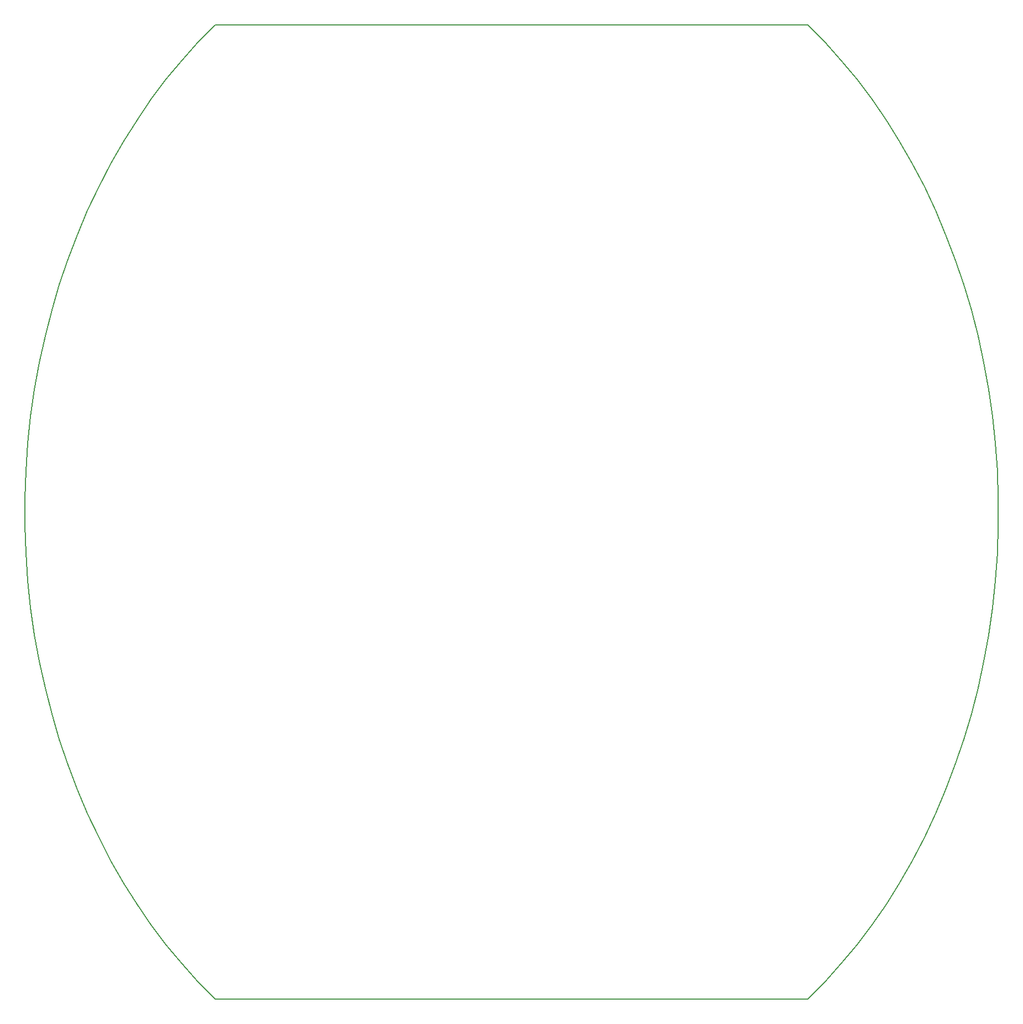
<source format=gm1>
G04 #@! TF.FileFunction,Profile,NP*
%FSLAX46Y46*%
G04 Gerber Fmt 4.6, Leading zero omitted, Abs format (unit mm)*
G04 Created by KiCad (PCBNEW (2016-03-23 BZR 6647, Git bc699c8)-product) date Tue 29 Mar 2016 10:28:28 CEST*
%MOMM*%
G01*
G04 APERTURE LIST*
%ADD10C,0.100000*%
%ADD11C,0.150000*%
G04 APERTURE END LIST*
D10*
D11*
X197948385Y-78128726D02*
X195352726Y-75500000D01*
X200448266Y-80901017D02*
X197948385Y-78128726D01*
X202847375Y-83811335D02*
X200448266Y-80901017D01*
X205140919Y-86853867D02*
X202847375Y-83811335D01*
X207324318Y-90022535D02*
X205140919Y-86853867D01*
X209393210Y-93311010D02*
X207324318Y-90022535D01*
X211343462Y-96712723D02*
X209393210Y-93311010D01*
X213171179Y-100220879D02*
X211343462Y-96712723D01*
X214872709Y-103828470D02*
X213171179Y-100220879D01*
X216444654Y-107528291D02*
X214872709Y-103828470D01*
X217883874Y-111312950D02*
X216444654Y-107528291D01*
X219187494Y-115174887D02*
X217883874Y-111312950D01*
X220352910Y-119106388D02*
X219187494Y-115174887D01*
X221377794Y-123099601D02*
X220352910Y-119106388D01*
X222260098Y-127146548D02*
X221377794Y-123099601D01*
X222998061Y-131239145D02*
X222260098Y-127146548D01*
X223590208Y-135369218D02*
X222998061Y-131239145D01*
X224035356Y-139528516D02*
X223590208Y-135369218D01*
X224332617Y-143708731D02*
X224035356Y-139528516D01*
X224481396Y-147901513D02*
X224332617Y-143708731D01*
X224481396Y-152098487D02*
X224481396Y-147901513D01*
X224332617Y-156291269D02*
X224481396Y-152098487D01*
X224035356Y-160471484D02*
X224332617Y-156291269D01*
X223590208Y-164630782D02*
X224035356Y-160471484D01*
X222998061Y-168760855D02*
X223590208Y-164630782D01*
X222260098Y-172853452D02*
X222998061Y-168760855D01*
X221377794Y-176900399D02*
X222260098Y-172853452D01*
X220352910Y-180893612D02*
X221377794Y-176900399D01*
X219187494Y-184825113D02*
X220352910Y-180893612D01*
X217883874Y-188687050D02*
X219187494Y-184825113D01*
X216444654Y-192471709D02*
X217883874Y-188687050D01*
X214872709Y-196171530D02*
X216444654Y-192471709D01*
X213171179Y-199779121D02*
X214872709Y-196171530D01*
X211343462Y-203287277D02*
X213171179Y-199779121D01*
X209393210Y-206688990D02*
X211343462Y-203287277D01*
X207324318Y-209977465D02*
X209393210Y-206688990D01*
X205140919Y-213146133D02*
X207324318Y-209977465D01*
X202847375Y-216188665D02*
X205140919Y-213146133D01*
X200448266Y-219098983D02*
X202847375Y-216188665D01*
X197948385Y-221871274D02*
X200448266Y-219098983D01*
X195352726Y-224500000D02*
X197948385Y-221871274D01*
X104647274Y-224500000D02*
X195352726Y-224500000D01*
X102051615Y-221871274D02*
X104647274Y-224500000D01*
X99551734Y-219098983D02*
X102051615Y-221871274D01*
X97152625Y-216188665D02*
X99551734Y-219098983D01*
X94859081Y-213146133D02*
X97152625Y-216188665D01*
X92675682Y-209977465D02*
X94859081Y-213146133D01*
X90606790Y-206688990D02*
X92675682Y-209977465D01*
X88656538Y-203287277D02*
X90606790Y-206688990D01*
X86828821Y-199779121D02*
X88656538Y-203287277D01*
X85127291Y-196171530D02*
X86828821Y-199779121D01*
X83555346Y-192471709D02*
X85127291Y-196171530D01*
X82116126Y-188687050D02*
X83555346Y-192471709D01*
X80812506Y-184825113D02*
X82116126Y-188687050D01*
X79647090Y-180893612D02*
X80812506Y-184825113D01*
X78622206Y-176900399D02*
X79647090Y-180893612D01*
X77739902Y-172853452D02*
X78622206Y-176900399D01*
X77001939Y-168760855D02*
X77739902Y-172853452D01*
X76409792Y-164630782D02*
X77001939Y-168760855D01*
X75964644Y-160471484D02*
X76409792Y-164630782D01*
X75667383Y-156291269D02*
X75964644Y-160471484D01*
X75518604Y-152098487D02*
X75667383Y-156291269D01*
X75518604Y-147901513D02*
X75518604Y-152098487D01*
X75667383Y-143708731D02*
X75518604Y-147901513D01*
X75964644Y-139528516D02*
X75667383Y-143708731D01*
X76409792Y-135369218D02*
X75964644Y-139528516D01*
X77001939Y-131239145D02*
X76409792Y-135369218D01*
X77739902Y-127146548D02*
X77001939Y-131239145D01*
X78622206Y-123099601D02*
X77739902Y-127146548D01*
X79647090Y-119106388D02*
X78622206Y-123099601D01*
X80812506Y-115174887D02*
X79647090Y-119106388D01*
X82116126Y-111312950D02*
X80812506Y-115174887D01*
X83555346Y-107528291D02*
X82116126Y-111312950D01*
X85127291Y-103828470D02*
X83555346Y-107528291D01*
X86828821Y-100220879D02*
X85127291Y-103828470D01*
X88656538Y-96712723D02*
X86828821Y-100220879D01*
X90606790Y-93311010D02*
X88656538Y-96712723D01*
X92675682Y-90022535D02*
X90606790Y-93311010D01*
X94859081Y-86853867D02*
X92675682Y-90022535D01*
X97152625Y-83811335D02*
X94859081Y-86853867D01*
X99551734Y-80901017D02*
X97152625Y-83811335D01*
X102051615Y-78128726D02*
X99551734Y-80901017D01*
X104647274Y-75500000D02*
X102051615Y-78128726D01*
X195352726Y-75500000D02*
X104647274Y-75500000D01*
M02*

</source>
